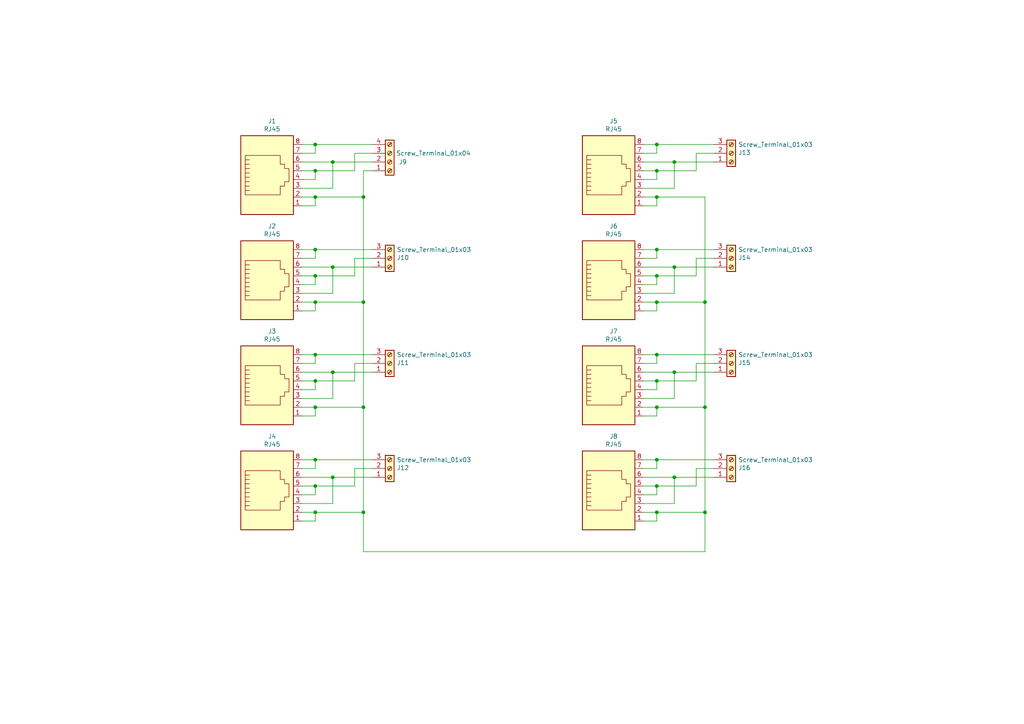
<source format=kicad_sch>
(kicad_sch (version 20231120) (generator "eeschema") (generator_version "8.0")
  (paper "A4")
  (title_block (title "8 channel RJ45 breakout board") (date "2022-04-01") (rev "V2"))
  (lib_symbols
    (symbol "Connector:RJ45" (pin_names (offset 1.016))
      (property "Reference" "J" (at -5.08 13.97 0))
      (property "Value" "RJ45" (at 2.54 13.97 0))
      (symbol "RJ45_0_1"
        (polyline (pts (xy -5.08 4.445) (xy -6.35 4.445)))
        (polyline (pts (xy -5.08 5.715) (xy -6.35 5.715)))
        (polyline (pts (xy -6.35 -3.175) (xy -5.08 -3.175) (xy -5.08 -3.175)))
        (polyline (pts (xy -6.35 -1.905) (xy -5.08 -1.905) (xy -5.08 -1.905)))
        (polyline (pts (xy -6.35 -0.635) (xy -5.08 -0.635) (xy -5.08 -0.635)))
        (polyline (pts (xy -6.35 0.635) (xy -5.08 0.635) (xy -5.08 0.635)))
        (polyline (pts (xy -6.35 1.905) (xy -5.08 1.905) (xy -5.08 1.905)))
        (polyline (pts (xy -5.08 3.175) (xy -6.35 3.175) (xy -6.35 3.175)))
        (polyline (pts (xy -6.35 -4.445) (xy -6.35 6.985) (xy 3.81 6.985) (xy 3.81 4.445) (xy 5.08 4.445) (xy 5.08 3.175) (xy 6.35 3.175) (xy 6.35 -0.635) (xy 5.08 -0.635) (xy 5.08 -1.905) (xy 3.81 -1.905) (xy 3.81 -4.445) (xy -6.35 -4.445) (xy -6.35 -4.445)))
        (rectangle (start 7.62 12.7) (end -7.62 -10.16) (stroke (width 0.254)) (fill (type background)))
      )
      (symbol "RJ45_1_1"
        (pin passive line (at 10.16 -7.62 180) (length 2.54) (name "~") (number "1"))
        (pin passive line (at 10.16 -5.08 180) (length 2.54) (name "~") (number "2"))
        (pin passive line (at 10.16 -2.54 180) (length 2.54) (name "~") (number "3"))
        (pin passive line (at 10.16 0 180) (length 2.54) (name "~") (number "4"))
        (pin passive line (at 10.16 2.54 180) (length 2.54) (name "~") (number "5"))
        (pin passive line (at 10.16 5.08 180) (length 2.54) (name "~") (number "6"))
        (pin passive line (at 10.16 7.62 180) (length 2.54) (name "~") (number "7"))
        (pin passive line (at 10.16 10.16 180) (length 2.54) (name "~") (number "8"))
      )
    )
    (symbol "Connector:Screw_Terminal_01x03" (pin_names (offset 1.016) hide)
      (property "Reference" "J" (at 0 5.08 0))
      (property "Value" "Screw_Terminal_01x03" (at 0 -5.08 0))
      (symbol "Screw_Terminal_01x03_1_1"
        (rectangle (start -1.27 3.81) (end 1.27 -3.81) (stroke (width 0.254)) (fill (type background)))
        (circle (center 0 -2.54) (radius 0.635) (stroke (width 0.1524)))
        (polyline (pts (xy -0.5334 -2.2098) (xy 0.3302 -3.048)) (stroke (width 0.1524)))
        (polyline (pts (xy -0.5334 0.3302) (xy 0.3302 -0.508)) (stroke (width 0.1524)))
        (polyline (pts (xy -0.5334 2.8702) (xy 0.3302 2.032)) (stroke (width 0.1524)))
        (polyline (pts (xy -0.3556 -2.032) (xy 0.508 -2.8702)) (stroke (width 0.1524)))
        (polyline (pts (xy -0.3556 0.508) (xy 0.508 -0.3302)) (stroke (width 0.1524)))
        (polyline (pts (xy -0.3556 3.048) (xy 0.508 2.2098)) (stroke (width 0.1524)))
        (circle (center 0 0) (radius 0.635) (stroke (width 0.1524)))
        (circle (center 0 2.54) (radius 0.635) (stroke (width 0.1524)))
        (pin passive line (at -5.08 2.54 0) (length 3.81) (name "Pin_1") (number "1"))
        (pin passive line (at -5.08 0 0) (length 3.81) (name "Pin_2") (number "2"))
        (pin passive line (at -5.08 -2.54 0) (length 3.81) (name "Pin_3") (number "3"))
      )
    )
    (symbol "Connector:Screw_Terminal_01x04" (pin_names (offset 1.016) hide)
      (property "Reference" "J" (at 0 5.08 0))
      (property "Value" "Screw_Terminal_01x04" (at 0 -7.62 0))
      (symbol "Screw_Terminal_01x04_1_1"
        (rectangle (start -1.27 3.81) (end 1.27 -6.35) (stroke (width 0.254)) (fill (type background)))
        (circle (center 0 -5.08) (radius 0.635) (stroke (width 0.1524)))
        (circle (center 0 -2.54) (radius 0.635) (stroke (width 0.1524)))
        (polyline (pts (xy -0.5334 -4.7498) (xy 0.3302 -5.588)) (stroke (width 0.1524)))
        (polyline (pts (xy -0.5334 -2.2098) (xy 0.3302 -3.048)) (stroke (width 0.1524)))
        (polyline (pts (xy -0.5334 0.3302) (xy 0.3302 -0.508)) (stroke (width 0.1524)))
        (polyline (pts (xy -0.5334 2.8702) (xy 0.3302 2.032)) (stroke (width 0.1524)))
        (polyline (pts (xy -0.3556 -4.572) (xy 0.508 -5.4102)) (stroke (width 0.1524)))
        (polyline (pts (xy -0.3556 -2.032) (xy 0.508 -2.8702)) (stroke (width 0.1524)))
        (polyline (pts (xy -0.3556 0.508) (xy 0.508 -0.3302)) (stroke (width 0.1524)))
        (polyline (pts (xy -0.3556 3.048) (xy 0.508 2.2098)) (stroke (width 0.1524)))
        (circle (center 0 0) (radius 0.635) (stroke (width 0.1524)))
        (circle (center 0 2.54) (radius 0.635) (stroke (width 0.1524)))
        (pin passive line (at -5.08 2.54 0) (length 3.81) (name "Pin_1") (number "1"))
        (pin passive line (at -5.08 0 0) (length 3.81) (name "Pin_2") (number "2"))
        (pin passive line (at -5.08 -2.54 0) (length 3.81) (name "Pin_3") (number "3"))
        (pin passive line (at -5.08 -5.08 0) (length 3.81) (name "Pin_4") (number "4"))
      )
    )
  )
  (junction (at 91.44 80.01))
  (junction (at 190.5 140.97))
  (junction (at 91.44 140.97))
  (junction (at 91.44 72.39))
  (junction (at 195.58 77.47))
  (junction (at 96.52 46.99))
  (junction (at 105.41 57.15))
  (junction (at 195.58 107.95))
  (junction (at 91.44 118.11))
  (junction (at 195.58 138.43))
  (junction (at 204.47 87.63))
  (junction (at 190.5 148.59))
  (junction (at 91.44 148.59))
  (junction (at 195.58 46.99))
  (junction (at 204.47 118.11))
  (junction (at 91.44 57.15))
  (junction (at 190.5 118.11))
  (junction (at 190.5 72.39))
  (junction (at 96.52 107.95))
  (junction (at 190.5 110.49))
  (junction (at 105.41 118.11))
  (junction (at 190.5 133.35))
  (junction (at 190.5 87.63))
  (junction (at 91.44 41.91))
  (junction (at 190.5 49.53))
  (junction (at 105.41 148.59))
  (junction (at 190.5 102.87))
  (junction (at 91.44 133.35))
  (junction (at 91.44 87.63))
  (junction (at 91.44 110.49))
  (junction (at 91.44 49.53))
  (junction (at 91.44 102.87))
  (junction (at 105.41 87.63))
  (junction (at 190.5 57.15))
  (junction (at 190.5 80.01))
  (junction (at 204.47 148.59))
  (junction (at 190.5 41.91))
  (junction (at 96.52 77.47))
  (junction (at 96.52 138.43))
  (wire (pts (xy 195.58 138.43) (xy 207.01 138.43)))
  (wire (pts (xy 105.41 57.15) (xy 105.41 49.53)))
  (wire (pts (xy 190.5 105.41) (xy 190.5 102.87)))
  (wire (pts (xy 87.63 74.93) (xy 91.44 74.93)))
  (wire (pts (xy 87.63 59.69) (xy 91.44 59.69)))
  (wire (pts (xy 186.69 102.87) (xy 190.5 102.87)))
  (wire (pts (xy 91.44 113.03) (xy 91.44 110.49)))
  (wire (pts (xy 186.69 82.55) (xy 190.5 82.55)))
  (wire (pts (xy 87.63 54.61) (xy 96.52 54.61)))
  (wire (pts (xy 190.5 135.89) (xy 190.5 133.35)))
  (wire (pts (xy 87.63 146.05) (xy 96.52 146.05)))
  (wire (pts (xy 186.69 46.99) (xy 195.58 46.99)))
  (wire (pts (xy 201.93 74.93) (xy 207.01 74.93)))
  (wire (pts (xy 87.63 133.35) (xy 91.44 133.35)))
  (wire (pts (xy 87.63 135.89) (xy 91.44 135.89)))
  (wire (pts (xy 87.63 143.51) (xy 91.44 143.51)))
  (wire (pts (xy 190.5 82.55) (xy 190.5 80.01)))
  (wire (pts (xy 195.58 85.09) (xy 195.58 77.47)))
  (wire (pts (xy 87.63 148.59) (xy 91.44 148.59)))
  (wire (pts (xy 190.5 110.49) (xy 201.93 110.49)))
  (wire (pts (xy 91.44 74.93) (xy 91.44 72.39)))
  (wire (pts (xy 91.44 57.15) (xy 87.63 57.15)))
  (wire (pts (xy 190.5 57.15) (xy 204.47 57.15)))
  (wire (pts (xy 105.41 57.15) (xy 105.41 87.63)))
  (wire (pts (xy 87.63 138.43) (xy 96.52 138.43)))
  (wire (pts (xy 190.5 102.87) (xy 207.01 102.87)))
  (wire (pts (xy 186.69 120.65) (xy 190.5 120.65)))
  (wire (pts (xy 190.5 49.53) (xy 201.93 49.53)))
  (wire (pts (xy 190.5 52.07) (xy 190.5 49.53)))
  (wire (pts (xy 102.87 49.53) (xy 102.87 44.45)))
  (wire (pts (xy 201.93 135.89) (xy 207.01 135.89)))
  (wire (pts (xy 96.52 46.99) (xy 87.63 46.99)))
  (wire (pts (xy 105.41 160.02) (xy 204.47 160.02)))
  (wire (pts (xy 87.63 44.45) (xy 91.44 44.45)))
  (wire (pts (xy 195.58 107.95) (xy 207.01 107.95)))
  (wire (pts (xy 190.5 59.69) (xy 190.5 57.15)))
  (wire (pts (xy 186.69 107.95) (xy 195.58 107.95)))
  (wire (pts (xy 87.63 151.13) (xy 91.44 151.13)))
  (wire (pts (xy 87.63 85.09) (xy 96.52 85.09)))
  (wire (pts (xy 91.44 49.53) (xy 87.63 49.53)))
  (wire (pts (xy 186.69 115.57) (xy 195.58 115.57)))
  (wire (pts (xy 201.93 49.53) (xy 201.93 44.45)))
  (wire (pts (xy 91.44 133.35) (xy 107.95 133.35)))
  (wire (pts (xy 186.69 44.45) (xy 190.5 44.45)))
  (wire (pts (xy 186.69 87.63) (xy 190.5 87.63)))
  (wire (pts (xy 102.87 80.01) (xy 102.87 74.93)))
  (wire (pts (xy 190.5 140.97) (xy 201.93 140.97)))
  (wire (pts (xy 201.93 110.49) (xy 201.93 105.41)))
  (wire (pts (xy 102.87 135.89) (xy 107.95 135.89)))
  (wire (pts (xy 190.5 41.91) (xy 207.01 41.91)))
  (wire (pts (xy 186.69 54.61) (xy 195.58 54.61)))
  (wire (pts (xy 87.63 72.39) (xy 91.44 72.39)))
  (wire (pts (xy 186.69 143.51) (xy 190.5 143.51)))
  (wire (pts (xy 96.52 146.05) (xy 96.52 138.43)))
  (wire (pts (xy 87.63 77.47) (xy 96.52 77.47)))
  (wire (pts (xy 87.63 140.97) (xy 91.44 140.97)))
  (wire (pts (xy 204.47 118.11) (xy 204.47 148.59)))
  (wire (pts (xy 91.44 87.63) (xy 105.41 87.63)))
  (wire (pts (xy 190.5 74.93) (xy 190.5 72.39)))
  (wire (pts (xy 87.63 90.17) (xy 91.44 90.17)))
  (wire (pts (xy 96.52 54.61) (xy 96.52 46.99)))
  (wire (pts (xy 201.93 140.97) (xy 201.93 135.89)))
  (wire (pts (xy 190.5 151.13) (xy 190.5 148.59)))
  (wire (pts (xy 186.69 57.15) (xy 190.5 57.15)))
  (wire (pts (xy 190.5 118.11) (xy 204.47 118.11)))
  (wire (pts (xy 96.52 46.99) (xy 107.95 46.99)))
  (wire (pts (xy 204.47 160.02) (xy 204.47 148.59)))
  (wire (pts (xy 91.44 151.13) (xy 91.44 148.59)))
  (wire (pts (xy 91.44 82.55) (xy 91.44 80.01)))
  (wire (pts (xy 190.5 72.39) (xy 207.01 72.39)))
  (wire (pts (xy 105.41 49.53) (xy 107.95 49.53)))
  (wire (pts (xy 96.52 77.47) (xy 107.95 77.47)))
  (wire (pts (xy 91.44 44.45) (xy 91.44 41.91)))
  (wire (pts (xy 204.47 87.63) (xy 204.47 118.11)))
  (wire (pts (xy 87.63 105.41) (xy 91.44 105.41)))
  (wire (pts (xy 190.5 87.63) (xy 204.47 87.63)))
  (wire (pts (xy 102.87 44.45) (xy 107.95 44.45)))
  (wire (pts (xy 201.93 80.01) (xy 201.93 74.93)))
  (wire (pts (xy 96.52 107.95) (xy 107.95 107.95)))
  (wire (pts (xy 186.69 59.69) (xy 190.5 59.69)))
  (wire (pts (xy 190.5 44.45) (xy 190.5 41.91)))
  (wire (pts (xy 91.44 118.11) (xy 105.41 118.11)))
  (wire (pts (xy 190.5 148.59) (xy 204.47 148.59)))
  (wire (pts (xy 186.69 113.03) (xy 190.5 113.03)))
  (wire (pts (xy 190.5 143.51) (xy 190.5 140.97)))
  (wire (pts (xy 91.44 110.49) (xy 102.87 110.49)))
  (wire (pts (xy 91.44 140.97) (xy 102.87 140.97)))
  (wire (pts (xy 186.69 151.13) (xy 190.5 151.13)))
  (wire (pts (xy 105.41 118.11) (xy 105.41 148.59)))
  (wire (pts (xy 186.69 41.91) (xy 190.5 41.91)))
  (wire (pts (xy 87.63 80.01) (xy 91.44 80.01)))
  (wire (pts (xy 190.5 113.03) (xy 190.5 110.49)))
  (wire (pts (xy 186.69 135.89) (xy 190.5 135.89)))
  (wire (pts (xy 186.69 85.09) (xy 195.58 85.09)))
  (wire (pts (xy 186.69 110.49) (xy 190.5 110.49)))
  (wire (pts (xy 91.44 120.65) (xy 91.44 118.11)))
  (wire (pts (xy 186.69 138.43) (xy 195.58 138.43)))
  (wire (pts (xy 91.44 105.41) (xy 91.44 102.87)))
  (wire (pts (xy 91.44 41.91) (xy 107.95 41.91)))
  (wire (pts (xy 186.69 118.11) (xy 190.5 118.11)))
  (wire (pts (xy 102.87 110.49) (xy 102.87 105.41)))
  (wire (pts (xy 105.41 87.63) (xy 105.41 118.11)))
  (wire (pts (xy 87.63 120.65) (xy 91.44 120.65)))
  (wire (pts (xy 91.44 52.07) (xy 91.44 49.53)))
  (wire (pts (xy 102.87 105.41) (xy 107.95 105.41)))
  (wire (pts (xy 91.44 148.59) (xy 105.41 148.59)))
  (wire (pts (xy 195.58 46.99) (xy 207.01 46.99)))
  (wire (pts (xy 186.69 72.39) (xy 190.5 72.39)))
  (wire (pts (xy 91.44 135.89) (xy 91.44 133.35)))
  (wire (pts (xy 87.63 82.55) (xy 91.44 82.55)))
  (wire (pts (xy 201.93 105.41) (xy 207.01 105.41)))
  (wire (pts (xy 195.58 54.61) (xy 195.58 46.99)))
  (wire (pts (xy 91.44 59.69) (xy 91.44 57.15)))
  (wire (pts (xy 186.69 80.01) (xy 190.5 80.01)))
  (wire (pts (xy 204.47 57.15) (xy 204.47 87.63)))
  (wire (pts (xy 186.69 148.59) (xy 190.5 148.59)))
  (wire (pts (xy 87.63 87.63) (xy 91.44 87.63)))
  (wire (pts (xy 87.63 107.95) (xy 96.52 107.95)))
  (wire (pts (xy 96.52 85.09) (xy 96.52 77.47)))
  (wire (pts (xy 186.69 133.35) (xy 190.5 133.35)))
  (wire (pts (xy 186.69 140.97) (xy 190.5 140.97)))
  (wire (pts (xy 96.52 138.43) (xy 107.95 138.43)))
  (wire (pts (xy 195.58 115.57) (xy 195.58 107.95)))
  (wire (pts (xy 186.69 77.47) (xy 195.58 77.47)))
  (wire (pts (xy 91.44 57.15) (xy 105.41 57.15)))
  (wire (pts (xy 190.5 80.01) (xy 201.93 80.01)))
  (wire (pts (xy 102.87 140.97) (xy 102.87 135.89)))
  (wire (pts (xy 91.44 49.53) (xy 102.87 49.53)))
  (wire (pts (xy 186.69 146.05) (xy 195.58 146.05)))
  (wire (pts (xy 87.63 110.49) (xy 91.44 110.49)))
  (wire (pts (xy 105.41 148.59) (xy 105.41 160.02)))
  (wire (pts (xy 91.44 80.01) (xy 102.87 80.01)))
  (wire (pts (xy 87.63 113.03) (xy 91.44 113.03)))
  (wire (pts (xy 190.5 133.35) (xy 207.01 133.35)))
  (wire (pts (xy 186.69 105.41) (xy 190.5 105.41)))
  (wire (pts (xy 186.69 52.07) (xy 190.5 52.07)))
  (wire (pts (xy 91.44 90.17) (xy 91.44 87.63)))
  (wire (pts (xy 91.44 41.91) (xy 87.63 41.91)))
  (wire (pts (xy 91.44 143.51) (xy 91.44 140.97)))
  (wire (pts (xy 91.44 72.39) (xy 107.95 72.39)))
  (wire (pts (xy 96.52 115.57) (xy 96.52 107.95)))
  (wire (pts (xy 87.63 52.07) (xy 91.44 52.07)))
  (wire (pts (xy 87.63 115.57) (xy 96.52 115.57)))
  (wire (pts (xy 190.5 120.65) (xy 190.5 118.11)))
  (wire (pts (xy 102.87 74.93) (xy 107.95 74.93)))
  (wire (pts (xy 91.44 102.87) (xy 107.95 102.87)))
  (wire (pts (xy 201.93 44.45) (xy 207.01 44.45)))
  (wire (pts (xy 186.69 49.53) (xy 190.5 49.53)))
  (wire (pts (xy 186.69 74.93) (xy 190.5 74.93)))
  (wire (pts (xy 195.58 146.05) (xy 195.58 138.43)))
  (wire (pts (xy 87.63 118.11) (xy 91.44 118.11)))
  (wire (pts (xy 186.69 90.17) (xy 190.5 90.17)))
  (wire (pts (xy 87.63 102.87) (xy 91.44 102.87)))
  (wire (pts (xy 190.5 90.17) (xy 190.5 87.63)))
  (wire (pts (xy 195.58 77.47) (xy 207.01 77.47)))
  (symbol (lib_id "Connector:Screw_Terminal_01x04") (at 113.03 46.99 0) (mirror x) (unit 1)
    (property "Reference" "J9" (at 116.84 46.99 0))
    (property "Value" "Screw_Terminal_01x04" (at 125.73 44.45 0))
    (property "Footprint" "Tales:TerminalBlock_Phoenix_MKDS-3-4-5.08_1x04_P5.08mm_Horizontal" (effects (hide yes)))
    (property "Mfr" "Metaltex" (effects (hide yes)))
    (property "Mfr PN" "2x BR902V" (effects (hide yes)))
    (property "Vendor" "Eletropecas" (effects (hide yes)))
    (property "Vendor PN" "2x 29273" (effects (hide yes)))
  )
  (symbol (lib_id "Connector:Screw_Terminal_01x03") (at 113.03 74.93 0) (mirror x) (unit 1)
    (property "Reference" "J10" (at 115.062 74.7268 0) (effects (justify left)))
    (property "Value" "Screw_Terminal_01x03" (at 115.062 72.4154 0) (effects (justify left)))
    (property "Footprint" "Tales:TerminalBlock_Phoenix_MKDS-3-3-5.08_1x03_P5.08mm_Horizontal" (effects (hide yes)))
    (property "Mfr" "Metaltex" (effects (hide yes)))
    (property "Mfr PN" "BR903V" (effects (hide yes)))
    (property "Vendor" "Eletropecas" (effects (hide yes)))
    (property "Vendor PN" "29274" (effects (hide yes)))
  )
  (symbol (lib_id "Connector:Screw_Terminal_01x03") (at 113.03 105.41 0) (mirror x) (unit 1)
    (property "Reference" "J11" (at 115.062 105.2068 0) (effects (justify left)))
    (property "Value" "Screw_Terminal_01x03" (at 115.062 102.8954 0) (effects (justify left)))
    (property "Footprint" "Tales:TerminalBlock_Phoenix_MKDS-3-3-5.08_1x03_P5.08mm_Horizontal" (effects (hide yes)))
    (property "Mfr" "Metaltex" (effects (hide yes)))
    (property "Mfr PN" "BR903V" (effects (hide yes)))
    (property "Vendor" "Eletropecas" (effects (hide yes)))
    (property "Vendor PN" "29274" (effects (hide yes)))
  )
  (symbol (lib_id "Connector:Screw_Terminal_01x03") (at 113.03 135.89 0) (mirror x) (unit 1)
    (property "Reference" "J12" (at 115.062 135.6868 0) (effects (justify left)))
    (property "Value" "Screw_Terminal_01x03" (at 115.062 133.3754 0) (effects (justify left)))
    (property "Footprint" "Tales:TerminalBlock_Phoenix_MKDS-3-3-5.08_1x03_P5.08mm_Horizontal" (effects (hide yes)))
    (property "Mfr" "Metaltex" (effects (hide yes)))
    (property "Mfr PN" "BR903V" (effects (hide yes)))
    (property "Vendor" "Eletropecas" (effects (hide yes)))
    (property "Vendor PN" "29274" (effects (hide yes)))
  )
  (symbol (lib_id "Connector:Screw_Terminal_01x03") (at 212.09 44.45 0) (mirror x) (unit 1)
    (property "Reference" "J13" (at 214.122 44.2468 0) (effects (justify left)))
    (property "Value" "Screw_Terminal_01x03" (at 214.122 41.9354 0) (effects (justify left)))
    (property "Footprint" "Tales:TerminalBlock_Phoenix_MKDS-3-3-5.08_1x03_P5.08mm_Horizontal" (effects (hide yes)))
    (property "Mfr" "Metaltex" (effects (hide yes)))
    (property "Mfr PN" "BR903V" (effects (hide yes)))
    (property "Vendor" "Eletropecas" (effects (hide yes)))
    (property "Vendor PN" "29274" (effects (hide yes)))
  )
  (symbol (lib_id "Connector:Screw_Terminal_01x03") (at 212.09 74.93 0) (mirror x) (unit 1)
    (property "Reference" "J14" (at 214.122 74.7268 0) (effects (justify left)))
    (property "Value" "Screw_Terminal_01x03" (at 214.122 72.4154 0) (effects (justify left)))
    (property "Footprint" "Tales:TerminalBlock_Phoenix_MKDS-3-3-5.08_1x03_P5.08mm_Horizontal" (effects (hide yes)))
    (property "Mfr" "Metaltex" (effects (hide yes)))
    (property "Mfr PN" "BR903V" (effects (hide yes)))
    (property "Vendor" "Eletropecas" (effects (hide yes)))
    (property "Vendor PN" "29274" (effects (hide yes)))
  )
  (symbol (lib_id "Connector:Screw_Terminal_01x03") (at 212.09 105.41 0) (mirror x) (unit 1)
    (property "Reference" "J15" (at 214.122 105.2068 0) (effects (justify left)))
    (property "Value" "Screw_Terminal_01x03" (at 214.122 102.8954 0) (effects (justify left)))
    (property "Footprint" "Tales:TerminalBlock_Phoenix_MKDS-3-3-5.08_1x03_P5.08mm_Horizontal" (effects (hide yes)))
    (property "Mfr" "Metaltex" (effects (hide yes)))
    (property "Mfr PN" "BR903V" (effects (hide yes)))
    (property "Vendor" "Eletropecas" (effects (hide yes)))
    (property "Vendor PN" "29274" (effects (hide yes)))
  )
  (symbol (lib_id "Connector:Screw_Terminal_01x03") (at 212.09 135.89 0) (mirror x) (unit 1)
    (property "Reference" "J16" (at 214.122 135.6868 0) (effects (justify left)))
    (property "Value" "Screw_Terminal_01x03" (at 214.122 133.3754 0) (effects (justify left)))
    (property "Footprint" "Tales:TerminalBlock_Phoenix_MKDS-3-3-5.08_1x03_P5.08mm_Horizontal" (effects (hide yes)))
    (property "Mfr" "Metaltex" (effects (hide yes)))
    (property "Mfr PN" "BR903V" (effects (hide yes)))
    (property "Vendor" "Eletropecas" (effects (hide yes)))
    (property "Vendor PN" "29274" (effects (hide yes)))
  )
  (symbol (lib_id "Connector:RJ45") (at 77.47 143.51 0) (unit 1)
    (property "Reference" "J4" (at 78.9178 126.5682 0))
    (property "Value" "RJ45" (at 78.9178 128.8796 0))
    (property "Footprint" "Tales:RJ45_Amphenol_RJHSE5080" (effects (hide yes)))
    (property "Mfr" "Amphenol" (effects (hide yes)))
    (property "Mfr PN" "RJHSE-5080" (effects (hide yes)))
    (property "Vendor" "Mouser" (effects (hide yes)))
    (property "Vendor PN" "523-RJHSE-5080" (effects (hide yes)))
  )
  (symbol (lib_id "Connector:RJ45") (at 77.47 113.03 0) (unit 1)
    (property "Reference" "J3" (at 78.9178 96.0882 0))
    (property "Value" "RJ45" (at 78.9178 98.3996 0))
    (property "Footprint" "Tales:RJ45_Amphenol_RJHSE5080" (effects (hide yes)))
    (property "Mfr" "Amphenol" (effects (hide yes)))
    (property "Mfr PN" "RJHSE-5080" (effects (hide yes)))
    (property "Vendor" "Mouser" (effects (hide yes)))
    (property "Vendor PN" "523-RJHSE-5080" (effects (hide yes)))
  )
  (symbol (lib_id "Connector:RJ45") (at 77.47 82.55 0) (unit 1)
    (property "Reference" "J2" (at 78.9178 65.6082 0))
    (property "Value" "RJ45" (at 78.9178 67.9196 0))
    (property "Footprint" "Tales:RJ45_Amphenol_RJHSE5080" (effects (hide yes)))
    (property "Mfr" "Amphenol" (effects (hide yes)))
    (property "Mfr PN" "RJHSE-5080" (effects (hide yes)))
    (property "Vendor" "Mouser" (effects (hide yes)))
    (property "Vendor PN" "523-RJHSE-5080" (effects (hide yes)))
  )
  (symbol (lib_id "Connector:RJ45") (at 77.47 52.07 0) (unit 1)
    (property "Reference" "J1" (at 78.9178 35.1282 0))
    (property "Value" "RJ45" (at 78.9178 37.4396 0))
    (property "Footprint" "Tales:RJ45_Amphenol_RJHSE5080" (effects (hide yes)))
    (property "Mfr" "Amphenol" (effects (hide yes)))
    (property "Mfr PN" "RJHSE-5080" (effects (hide yes)))
    (property "Vendor" "Mouser" (effects (hide yes)))
    (property "Vendor PN" "523-RJHSE-5080" (effects (hide yes)))
  )
  (symbol (lib_id "Connector:RJ45") (at 176.53 143.51 0) (unit 1)
    (property "Reference" "J8" (at 177.9778 126.5682 0))
    (property "Value" "RJ45" (at 177.9778 128.8796 0))
    (property "Footprint" "Tales:RJ45_Amphenol_RJHSE5080" (effects (hide yes)))
    (property "Mfr" "Amphenol" (effects (hide yes)))
    (property "Mfr PN" "RJHSE-5080" (effects (hide yes)))
    (property "Vendor" "Mouser" (effects (hide yes)))
    (property "Vendor PN" "523-RJHSE-5080" (effects (hide yes)))
  )
  (symbol (lib_id "Connector:RJ45") (at 176.53 113.03 0) (unit 1)
    (property "Reference" "J7" (at 177.9778 96.0882 0))
    (property "Value" "RJ45" (at 177.9778 98.3996 0))
    (property "Footprint" "Tales:RJ45_Amphenol_RJHSE5080" (effects (hide yes)))
    (property "Mfr" "Amphenol" (effects (hide yes)))
    (property "Mfr PN" "RJHSE-5080" (effects (hide yes)))
    (property "Vendor" "Mouser" (effects (hide yes)))
    (property "Vendor PN" "523-RJHSE-5080" (effects (hide yes)))
  )
  (symbol (lib_id "Connector:RJ45") (at 176.53 82.55 0) (unit 1)
    (property "Reference" "J6" (at 177.9778 65.6082 0))
    (property "Value" "RJ45" (at 177.9778 67.9196 0))
    (property "Footprint" "Tales:RJ45_Amphenol_RJHSE5080" (effects (hide yes)))
    (property "Mfr" "Amphenol" (effects (hide yes)))
    (property "Mfr PN" "RJHSE-5080" (effects (hide yes)))
    (property "Vendor" "Mouser" (effects (hide yes)))
    (property "Vendor PN" "523-RJHSE-5080" (effects (hide yes)))
  )
  (symbol (lib_id "Connector:RJ45") (at 176.53 52.07 0) (unit 1)
    (property "Reference" "J5" (at 177.9778 35.1282 0))
    (property "Value" "RJ45" (at 177.9778 37.4396 0))
    (property "Footprint" "Tales:RJ45_Amphenol_RJHSE5080" (effects (hide yes)))
    (property "Mfr" "Amphenol" (effects (hide yes)))
    (property "Mfr PN" "RJHSE-5080" (effects (hide yes)))
    (property "Vendor" "Mouser" (effects (hide yes)))
    (property "Vendor PN" "523-RJHSE-5080" (effects (hide yes)))
  )
)
</source>
